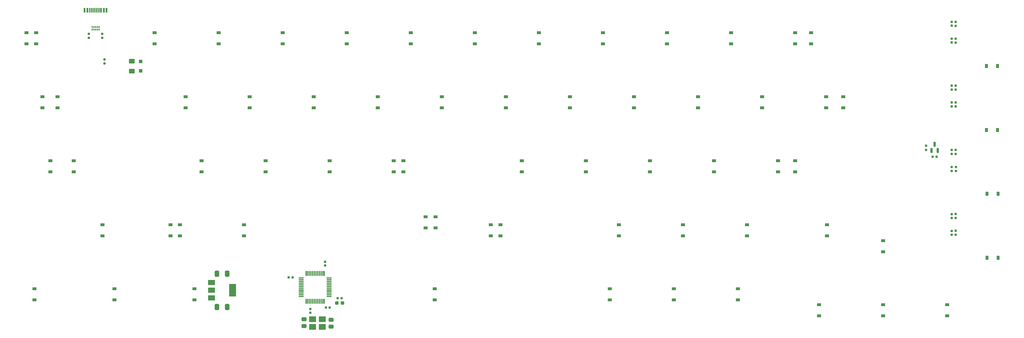
<source format=gbr>
%TF.GenerationSoftware,KiCad,Pcbnew,(6.0.6-0)*%
%TF.CreationDate,2022-07-20T23:02:44+08:00*%
%TF.ProjectId,SCO68R,53434f36-3852-42e6-9b69-6361645f7063,rev?*%
%TF.SameCoordinates,Original*%
%TF.FileFunction,Paste,Bot*%
%TF.FilePolarity,Positive*%
%FSLAX46Y46*%
G04 Gerber Fmt 4.6, Leading zero omitted, Abs format (unit mm)*
G04 Created by KiCad (PCBNEW (6.0.6-0)) date 2022-07-20 23:02:44*
%MOMM*%
%LPD*%
G01*
G04 APERTURE LIST*
G04 Aperture macros list*
%AMRoundRect*
0 Rectangle with rounded corners*
0 $1 Rounding radius*
0 $2 $3 $4 $5 $6 $7 $8 $9 X,Y pos of 4 corners*
0 Add a 4 corners polygon primitive as box body*
4,1,4,$2,$3,$4,$5,$6,$7,$8,$9,$2,$3,0*
0 Add four circle primitives for the rounded corners*
1,1,$1+$1,$2,$3*
1,1,$1+$1,$4,$5*
1,1,$1+$1,$6,$7*
1,1,$1+$1,$8,$9*
0 Add four rect primitives between the rounded corners*
20,1,$1+$1,$2,$3,$4,$5,0*
20,1,$1+$1,$4,$5,$6,$7,0*
20,1,$1+$1,$6,$7,$8,$9,0*
20,1,$1+$1,$8,$9,$2,$3,0*%
G04 Aperture macros list end*
%ADD10R,0.900000X1.200000*%
%ADD11R,1.200000X0.900000*%
%ADD12RoundRect,0.250000X0.412500X0.650000X-0.412500X0.650000X-0.412500X-0.650000X0.412500X-0.650000X0*%
%ADD13RoundRect,0.155000X0.212500X0.155000X-0.212500X0.155000X-0.212500X-0.155000X0.212500X-0.155000X0*%
%ADD14RoundRect,0.160000X0.160000X-0.197500X0.160000X0.197500X-0.160000X0.197500X-0.160000X-0.197500X0*%
%ADD15RoundRect,0.155000X0.155000X-0.212500X0.155000X0.212500X-0.155000X0.212500X-0.155000X-0.212500X0*%
%ADD16RoundRect,0.160000X-0.160000X0.197500X-0.160000X-0.197500X0.160000X-0.197500X0.160000X0.197500X0*%
%ADD17RoundRect,0.250000X-0.475000X0.337500X-0.475000X-0.337500X0.475000X-0.337500X0.475000X0.337500X0*%
%ADD18R,2.000000X1.500000*%
%ADD19R,2.000000X3.800000*%
%ADD20RoundRect,0.160000X0.197500X0.160000X-0.197500X0.160000X-0.197500X-0.160000X0.197500X-0.160000X0*%
%ADD21R,0.300000X0.550000*%
%ADD22R,0.400000X0.550000*%
%ADD23R,2.100000X1.800000*%
%ADD24RoundRect,0.075000X0.075000X-0.662500X0.075000X0.662500X-0.075000X0.662500X-0.075000X-0.662500X0*%
%ADD25RoundRect,0.075000X0.662500X-0.075000X0.662500X0.075000X-0.662500X0.075000X-0.662500X-0.075000X0*%
%ADD26R,0.600000X1.450000*%
%ADD27R,0.300000X1.450000*%
%ADD28RoundRect,0.250000X0.475000X-0.337500X0.475000X0.337500X-0.475000X0.337500X-0.475000X-0.337500X0*%
%ADD29RoundRect,0.155000X-0.212500X-0.155000X0.212500X-0.155000X0.212500X0.155000X-0.212500X0.155000X0*%
%ADD30R,1.100000X1.100000*%
%ADD31RoundRect,0.250000X-0.412500X-0.650000X0.412500X-0.650000X0.412500X0.650000X-0.412500X0.650000X0*%
%ADD32RoundRect,0.250001X-0.624999X0.462499X-0.624999X-0.462499X0.624999X-0.462499X0.624999X0.462499X0*%
%ADD33RoundRect,0.237500X-0.300000X-0.237500X0.300000X-0.237500X0.300000X0.237500X-0.300000X0.237500X0*%
%ADD34RoundRect,0.150000X0.150000X-0.587500X0.150000X0.587500X-0.150000X0.587500X-0.150000X-0.587500X0*%
%ADD35RoundRect,0.155000X-0.155000X0.212500X-0.155000X-0.212500X0.155000X-0.212500X0.155000X0.212500X0*%
G04 APERTURE END LIST*
D10*
%TO.C,D30*%
X256950000Y85800000D03*
X260250000Y85800000D03*
%TD*%
D11*
%TO.C,D67*%
X226218750Y30496875D03*
X226218750Y33796875D03*
%TD*%
D12*
%TO.C,C2*%
X31174633Y33163857D03*
X28049633Y33163857D03*
%TD*%
D11*
%TO.C,D55*%
X185737500Y54309375D03*
X185737500Y57609375D03*
%TD*%
%TO.C,D29*%
X214360000Y92430000D03*
X214360000Y95730000D03*
%TD*%
%TO.C,D64*%
X163996875Y35259375D03*
X163996875Y38559375D03*
%TD*%
%TO.C,D16*%
X-23812500Y92409375D03*
X-23812500Y95709375D03*
%TD*%
D13*
%TO.C,C7*%
X50567502Y41950000D03*
X49432502Y41950000D03*
%TD*%
D11*
%TO.C,D27*%
X190190625Y92409375D03*
X190190625Y95709375D03*
%TD*%
%TO.C,D53*%
X147637500Y54309375D03*
X147637500Y57609375D03*
%TD*%
D10*
%TO.C,D44*%
X257150000Y66800000D03*
X260450000Y66800000D03*
%TD*%
D11*
%TO.C,D60*%
X-2381250Y35259375D03*
X-2381250Y38559375D03*
%TD*%
%TO.C,D31*%
X-21431250Y73359375D03*
X-21431250Y76659375D03*
%TD*%
%TO.C,D4*%
X28575000Y111459375D03*
X28575000Y114759375D03*
%TD*%
%TO.C,D41*%
X175903125Y73359375D03*
X175903125Y76659375D03*
%TD*%
%TO.C,D24*%
X133040625Y92409375D03*
X133040625Y95709375D03*
%TD*%
D14*
%TO.C,R14*%
X247800000Y54602500D03*
X247800000Y55797500D03*
%TD*%
D11*
%TO.C,D23*%
X113990625Y92409375D03*
X113990625Y95709375D03*
%TD*%
%TO.C,D38*%
X118753125Y73359375D03*
X118753125Y76659375D03*
%TD*%
%TO.C,D19*%
X37790625Y92409375D03*
X37790625Y95709375D03*
%TD*%
D15*
%TO.C,C8*%
X60300001Y45482499D03*
X60300001Y46617499D03*
%TD*%
%TO.C,C17*%
X246600000Y97832500D03*
X246600000Y98967500D03*
%TD*%
D11*
%TO.C,D26*%
X171140625Y92409375D03*
X171140625Y95709375D03*
%TD*%
%TO.C,D48*%
X36100000Y54309375D03*
X36100000Y57609375D03*
%TD*%
%TO.C,D21*%
X75890625Y92409375D03*
X75890625Y95709375D03*
%TD*%
%TO.C,D33*%
X23503125Y73359375D03*
X23503125Y76659375D03*
%TD*%
D16*
%TO.C,R2*%
X-10000000Y114397501D03*
X-10000000Y113202501D03*
%TD*%
D10*
%TO.C,D58*%
X257150000Y47750000D03*
X260450000Y47750000D03*
%TD*%
D17*
%TO.C,C4*%
X53976566Y29507082D03*
X53976566Y27432082D03*
%TD*%
D11*
%TO.C,D49*%
X90170000Y56690625D03*
X90170000Y59990625D03*
%TD*%
D16*
%TO.C,R3*%
X-6000000Y114397501D03*
X-6000000Y113202501D03*
%TD*%
D11*
%TO.C,D14*%
X204787500Y111459375D03*
X204787500Y114759375D03*
%TD*%
%TO.C,D50*%
X93132500Y56690625D03*
X93132500Y59990625D03*
%TD*%
D18*
%TO.C,U1*%
X26462133Y35813603D03*
X26462133Y38113603D03*
D19*
X32762133Y38113603D03*
D18*
X26462133Y40413603D03*
%TD*%
D20*
%TO.C,R5*%
X242117500Y77800000D03*
X240922500Y77800000D03*
%TD*%
D11*
%TO.C,D12*%
X180975000Y111459375D03*
X180975000Y114759375D03*
%TD*%
%TO.C,D47*%
X17100000Y54309375D03*
X17100000Y57609375D03*
%TD*%
%TO.C,D66*%
X207168750Y30496875D03*
X207168750Y33796875D03*
%TD*%
D21*
%TO.C,U2*%
X-6999999Y115681876D03*
X-7499999Y115681876D03*
D22*
X-7999999Y115681876D03*
D21*
X-8499999Y115681876D03*
X-8999999Y115681876D03*
X-8999999Y116451876D03*
X-8499999Y116451876D03*
D22*
X-7999999Y116451876D03*
D21*
X-7499999Y116451876D03*
X-6999999Y116451876D03*
%TD*%
D11*
%TO.C,D17*%
X-19300000Y92409375D03*
X-19300000Y95709375D03*
%TD*%
D23*
%TO.C,Y1*%
X59450002Y27200000D03*
X56550002Y27200000D03*
X56550002Y29500000D03*
X59450002Y29500000D03*
%TD*%
D11*
%TO.C,D7*%
X85725000Y111459375D03*
X85725000Y114759375D03*
%TD*%
D14*
%TO.C,R6*%
X239020000Y79902502D03*
X239020000Y81097502D03*
%TD*%
%TO.C,R13*%
X247800000Y59602500D03*
X247800000Y60797500D03*
%TD*%
D11*
%TO.C,D3*%
X9525000Y111459375D03*
X9525000Y114759375D03*
%TD*%
%TO.C,D62*%
X92868750Y35259375D03*
X92868750Y38559375D03*
%TD*%
%TO.C,D68*%
X245268750Y30496875D03*
X245268750Y33796875D03*
%TD*%
D15*
%TO.C,C20*%
X246650000Y73632500D03*
X246650000Y74767500D03*
%TD*%
D11*
%TO.C,D42*%
X194953125Y73359375D03*
X194953125Y76659375D03*
%TD*%
%TO.C,D54*%
X166687500Y54309375D03*
X166687500Y57609375D03*
%TD*%
%TO.C,D61*%
X21431250Y35259375D03*
X21431250Y38559375D03*
%TD*%
D15*
%TO.C,C22*%
X246600000Y54632500D03*
X246600000Y55767500D03*
%TD*%
D11*
%TO.C,D28*%
X209240625Y92409375D03*
X209240625Y95709375D03*
%TD*%
%TO.C,D5*%
X47625000Y111459375D03*
X47625000Y114759375D03*
%TD*%
%TO.C,D22*%
X94940625Y92409375D03*
X94940625Y95709375D03*
%TD*%
%TO.C,D2*%
X-25700000Y111459375D03*
X-25700000Y114759375D03*
%TD*%
D15*
%TO.C,C21*%
X246600000Y59632500D03*
X246600000Y60767500D03*
%TD*%
D11*
%TO.C,D6*%
X66675000Y111459375D03*
X66675000Y114759375D03*
%TD*%
%TO.C,D63*%
X144946875Y35259375D03*
X144946875Y38559375D03*
%TD*%
D14*
%TO.C,R8*%
X247800001Y111802500D03*
X247800001Y112997500D03*
%TD*%
D24*
%TO.C,U3*%
X60050000Y34837500D03*
X59550000Y34837500D03*
X59050000Y34837500D03*
X58550000Y34837500D03*
X58050000Y34837500D03*
X57550000Y34837500D03*
X57050000Y34837500D03*
X56550000Y34837500D03*
X56050000Y34837500D03*
X55550000Y34837500D03*
X55050000Y34837500D03*
X54550000Y34837500D03*
D25*
X53137500Y36250000D03*
X53137500Y36750000D03*
X53137500Y37250000D03*
X53137500Y37750000D03*
X53137500Y38250000D03*
X53137500Y38750000D03*
X53137500Y39250000D03*
X53137500Y39750000D03*
X53137500Y40250000D03*
X53137500Y40750000D03*
X53137500Y41250000D03*
X53137500Y41750000D03*
D24*
X54550000Y43162500D03*
X55050000Y43162500D03*
X55550000Y43162500D03*
X56050000Y43162500D03*
X56550000Y43162500D03*
X57050000Y43162500D03*
X57550000Y43162500D03*
X58050000Y43162500D03*
X58550000Y43162500D03*
X59050000Y43162500D03*
X59550000Y43162500D03*
X60050000Y43162500D03*
D25*
X61462500Y41750000D03*
X61462500Y41250000D03*
X61462500Y40750000D03*
X61462500Y40250000D03*
X61462500Y39750000D03*
X61462500Y39250000D03*
X61462500Y38750000D03*
X61462500Y38250000D03*
X61462500Y37750000D03*
X61462500Y37250000D03*
X61462500Y36750000D03*
X61462500Y36250000D03*
%TD*%
D11*
%TO.C,D39*%
X137803125Y73359375D03*
X137803125Y76659375D03*
%TD*%
%TO.C,D34*%
X42553125Y73359375D03*
X42553125Y76659375D03*
%TD*%
%TO.C,D40*%
X156853125Y73359375D03*
X156853125Y76659375D03*
%TD*%
%TO.C,D46*%
X14287500Y54309375D03*
X14287500Y57609375D03*
%TD*%
D14*
%TO.C,R11*%
X247800000Y78682500D03*
X247800000Y79877500D03*
%TD*%
D11*
%TO.C,D37*%
X83575000Y73350000D03*
X83575000Y76650000D03*
%TD*%
%TO.C,D10*%
X142875000Y111459375D03*
X142875000Y114759375D03*
%TD*%
D26*
%TO.C,J1*%
X-11250000Y121415000D03*
X-10450000Y121415000D03*
D27*
X-9250000Y121415000D03*
X-8250000Y121415000D03*
X-7750000Y121415000D03*
X-6750000Y121415000D03*
D26*
X-5550000Y121415000D03*
X-4750000Y121415000D03*
X-4750000Y121415000D03*
X-5550000Y121415000D03*
D27*
X-6250000Y121415000D03*
X-7250000Y121415000D03*
X-8750000Y121415000D03*
X-9750000Y121415000D03*
D26*
X-10450000Y121415000D03*
X-11250000Y121415000D03*
%TD*%
D11*
%TO.C,D52*%
X112400000Y54309375D03*
X112400000Y57609375D03*
%TD*%
D28*
%TO.C,C3*%
X62023440Y27276516D03*
X62023440Y29351516D03*
%TD*%
D15*
%TO.C,C18*%
X246599999Y92832500D03*
X246599999Y93967500D03*
%TD*%
D29*
%TO.C,C9*%
X60482502Y33000001D03*
X61617502Y33000001D03*
%TD*%
D11*
%TO.C,D20*%
X56840625Y92409375D03*
X56840625Y95709375D03*
%TD*%
%TO.C,D51*%
X109537500Y54309375D03*
X109537500Y57609375D03*
%TD*%
D30*
%TO.C,D100*%
X5400000Y106200000D03*
X5400000Y103400000D03*
%TD*%
D11*
%TO.C,D18*%
X18740625Y92409375D03*
X18740625Y95709375D03*
%TD*%
%TO.C,D25*%
X152090625Y92409375D03*
X152090625Y95709375D03*
%TD*%
%TO.C,D1*%
X-28575000Y111459375D03*
X-28575000Y114759375D03*
%TD*%
%TO.C,D65*%
X183046875Y35259375D03*
X183046875Y38559375D03*
%TD*%
%TO.C,D32*%
X-14500000Y73350000D03*
X-14500000Y76650000D03*
%TD*%
D31*
%TO.C,C1*%
X28049633Y43063352D03*
X31174633Y43063352D03*
%TD*%
D14*
%TO.C,R4*%
X-5330000Y105592500D03*
X-5330000Y106787500D03*
%TD*%
%TO.C,R9*%
X247800000Y97802500D03*
X247800000Y98997500D03*
%TD*%
%TO.C,R12*%
X247850000Y73602500D03*
X247850000Y74797500D03*
%TD*%
D11*
%TO.C,D57*%
X226218750Y49546875D03*
X226218750Y52846875D03*
%TD*%
%TO.C,D11*%
X161925000Y111459375D03*
X161925000Y114759375D03*
%TD*%
%TO.C,D45*%
X-5953125Y54309375D03*
X-5953125Y57609375D03*
%TD*%
D10*
%TO.C,D15*%
X256950000Y104850000D03*
X260250000Y104850000D03*
%TD*%
D11*
%TO.C,D8*%
X104775000Y111459375D03*
X104775000Y114759375D03*
%TD*%
D32*
%TO.C,F1*%
X2800000Y106287500D03*
X2800000Y103312500D03*
%TD*%
D11*
%TO.C,D13*%
X200025000Y111459375D03*
X200025000Y114759375D03*
%TD*%
D14*
%TO.C,R7*%
X247800000Y116802500D03*
X247800000Y117997500D03*
%TD*%
D11*
%TO.C,D9*%
X123825000Y111459375D03*
X123825000Y114759375D03*
%TD*%
%TO.C,D43*%
X200025000Y73359375D03*
X200025000Y76659375D03*
%TD*%
D15*
%TO.C,C16*%
X246600000Y111832500D03*
X246600000Y112967500D03*
%TD*%
D14*
%TO.C,R10*%
X247800000Y92802500D03*
X247800000Y93997500D03*
%TD*%
D33*
%TO.C,C5*%
X63737502Y34300000D03*
X65462502Y34300000D03*
%TD*%
D15*
%TO.C,C19*%
X246600000Y78712500D03*
X246600000Y79847500D03*
%TD*%
%TO.C,C15*%
X246600000Y116832500D03*
X246600000Y117967500D03*
%TD*%
D11*
%TO.C,D56*%
X209550000Y54309375D03*
X209550000Y57609375D03*
%TD*%
%TO.C,D59*%
X-26193750Y35259375D03*
X-26193750Y38559375D03*
%TD*%
D29*
%TO.C,C6*%
X64018361Y35756641D03*
X65153361Y35756641D03*
%TD*%
D11*
%TO.C,D36*%
X80653125Y73359375D03*
X80653125Y76659375D03*
%TD*%
D34*
%TO.C,Q1*%
X242470000Y79662500D03*
X240570000Y79662500D03*
X241520000Y81537500D03*
%TD*%
D11*
%TO.C,D35*%
X61603125Y73359375D03*
X61603125Y76659375D03*
%TD*%
D35*
%TO.C,C10*%
X55840000Y32547500D03*
X55840000Y31412500D03*
%TD*%
M02*

</source>
